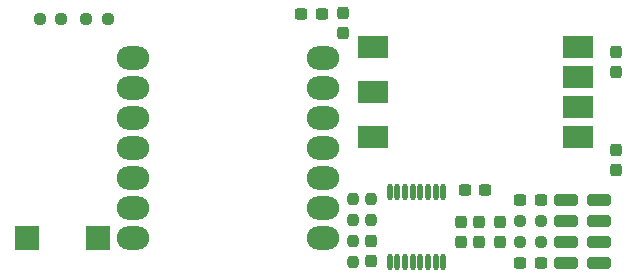
<source format=gtp>
G04 #@! TF.GenerationSoftware,KiCad,Pcbnew,(6.0.7)*
G04 #@! TF.CreationDate,2022-10-10T16:00:36+09:00*
G04 #@! TF.ProjectId,MainBoard,4d61696e-426f-4617-9264-2e6b69636164,rev?*
G04 #@! TF.SameCoordinates,Original*
G04 #@! TF.FileFunction,Paste,Top*
G04 #@! TF.FilePolarity,Positive*
%FSLAX46Y46*%
G04 Gerber Fmt 4.6, Leading zero omitted, Abs format (unit mm)*
G04 Created by KiCad (PCBNEW (6.0.7)) date 2022-10-10 16:00:36*
%MOMM*%
%LPD*%
G01*
G04 APERTURE LIST*
G04 Aperture macros list*
%AMRoundRect*
0 Rectangle with rounded corners*
0 $1 Rounding radius*
0 $2 $3 $4 $5 $6 $7 $8 $9 X,Y pos of 4 corners*
0 Add a 4 corners polygon primitive as box body*
4,1,4,$2,$3,$4,$5,$6,$7,$8,$9,$2,$3,0*
0 Add four circle primitives for the rounded corners*
1,1,$1+$1,$2,$3*
1,1,$1+$1,$4,$5*
1,1,$1+$1,$6,$7*
1,1,$1+$1,$8,$9*
0 Add four rect primitives between the rounded corners*
20,1,$1+$1,$2,$3,$4,$5,0*
20,1,$1+$1,$4,$5,$6,$7,0*
20,1,$1+$1,$6,$7,$8,$9,0*
20,1,$1+$1,$8,$9,$2,$3,0*%
G04 Aperture macros list end*
%ADD10RoundRect,0.250000X0.750000X-0.250000X0.750000X0.250000X-0.750000X0.250000X-0.750000X-0.250000X0*%
%ADD11RoundRect,0.237500X-0.237500X0.300000X-0.237500X-0.300000X0.237500X-0.300000X0.237500X0.300000X0*%
%ADD12R,2.000000X2.000000*%
%ADD13R,2.600000X1.900000*%
%ADD14RoundRect,0.237500X0.250000X0.237500X-0.250000X0.237500X-0.250000X-0.237500X0.250000X-0.237500X0*%
%ADD15RoundRect,0.237500X-0.237500X0.250000X-0.237500X-0.250000X0.237500X-0.250000X0.237500X0.250000X0*%
%ADD16RoundRect,0.237500X-0.300000X-0.237500X0.300000X-0.237500X0.300000X0.237500X-0.300000X0.237500X0*%
%ADD17O,0.449999X1.400000*%
%ADD18RoundRect,0.237500X-0.250000X-0.237500X0.250000X-0.237500X0.250000X0.237500X-0.250000X0.237500X0*%
%ADD19RoundRect,0.237500X0.237500X-0.300000X0.237500X0.300000X-0.237500X0.300000X-0.237500X-0.300000X0*%
%ADD20O,2.748280X1.998980*%
%ADD21RoundRect,0.237500X0.300000X0.237500X-0.300000X0.237500X-0.300000X-0.237500X0.300000X-0.237500X0*%
%ADD22RoundRect,0.237500X0.237500X-0.250000X0.237500X0.250000X-0.237500X0.250000X-0.237500X-0.250000X0*%
G04 APERTURE END LIST*
D10*
X186436000Y-99314000D03*
X186436000Y-97536000D03*
D11*
X190627000Y-89688500D03*
X190627000Y-91413500D03*
D10*
X186436000Y-95707200D03*
X189230000Y-95707200D03*
D11*
X179070000Y-95784500D03*
X179070000Y-97509500D03*
D10*
X186436000Y-93980000D03*
D12*
X140764000Y-97155000D03*
X146764000Y-97155000D03*
D13*
X170083000Y-81026000D03*
X170083000Y-84836000D03*
X170083000Y-88646000D03*
X187383000Y-88646000D03*
X187383000Y-86106000D03*
X187383000Y-83566000D03*
X187383000Y-81026000D03*
D14*
X184300500Y-97536000D03*
X182475500Y-97536000D03*
D15*
X169926000Y-93829500D03*
X169926000Y-95654500D03*
X168402000Y-97385500D03*
X168402000Y-99210500D03*
D10*
X189230000Y-93980000D03*
D11*
X177546000Y-95784500D03*
X177546000Y-97509500D03*
D16*
X182525500Y-99314000D03*
X184250500Y-99314000D03*
D17*
X171461001Y-99215999D03*
X172111002Y-99215999D03*
X172761001Y-99215999D03*
X173411002Y-99215999D03*
X174061001Y-99215999D03*
X174711002Y-99215999D03*
X175361001Y-99215999D03*
X176011002Y-99215999D03*
X176011002Y-93315998D03*
X175361001Y-93315998D03*
X174711002Y-93315998D03*
X174061001Y-93315998D03*
X173411002Y-93315998D03*
X172761001Y-93315998D03*
X172111002Y-93315998D03*
X171461001Y-93315998D03*
D11*
X180848000Y-95784500D03*
X180848000Y-97509500D03*
D18*
X145772500Y-78613000D03*
X147597500Y-78613000D03*
D19*
X190627000Y-83158500D03*
X190627000Y-81433500D03*
D10*
X189230000Y-97536000D03*
D14*
X184300500Y-95758000D03*
X182475500Y-95758000D03*
D20*
X149698710Y-81900490D03*
X149698710Y-84440490D03*
X149698710Y-86980490D03*
X149698710Y-89520490D03*
X149698710Y-92060490D03*
X149698710Y-94600490D03*
X149698710Y-97140490D03*
X165863270Y-97140490D03*
X165863270Y-94600490D03*
X165863270Y-92060490D03*
X165863270Y-89520490D03*
X165863270Y-86980490D03*
X165863270Y-84440490D03*
X165863270Y-81900490D03*
D21*
X179551500Y-93091000D03*
X177826500Y-93091000D03*
D22*
X168402000Y-95654500D03*
X168402000Y-93829500D03*
D11*
X169926000Y-97435500D03*
X169926000Y-99160500D03*
X167487600Y-78131500D03*
X167487600Y-79856500D03*
D18*
X141835500Y-78613000D03*
X143660500Y-78613000D03*
D10*
X189230000Y-99314000D03*
D16*
X163983500Y-78232000D03*
X165708500Y-78232000D03*
D21*
X184250500Y-93980000D03*
X182525500Y-93980000D03*
M02*

</source>
